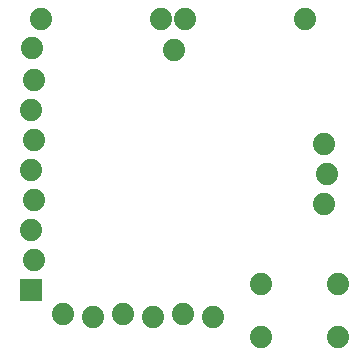
<source format=gbr>
G04 DipTrace 2.4.0.2*
%INBottomMask.gbr*%
%MOMM*%
%ADD18C,1.88*%
%FSLAX53Y53*%
G04*
G71*
G90*
G75*
G01*
%LNBotMask*%
%LPD*%
D18*
X27727Y12460D3*
X27981Y15000D3*
X27727Y17540D3*
X22415Y5719D3*
X28918D3*
X22415Y1198D3*
X28918D3*
G36*
X3834Y4294D2*
X1955D1*
Y6174D1*
X3834D1*
Y4294D1*
G37*
D18*
X3149Y7774D3*
X2895Y10314D3*
X3149Y12854D3*
X2895Y15394D3*
X3149Y17934D3*
X2895Y20474D3*
X3149Y23014D3*
X3753Y28125D3*
X13913D3*
X15920D3*
X26080D3*
X3030Y25701D3*
X15000Y25520D3*
X5650Y3149D3*
X8190Y2895D3*
X10730Y3149D3*
X13270Y2895D3*
X15810Y3149D3*
X18350Y2895D3*
M02*

</source>
